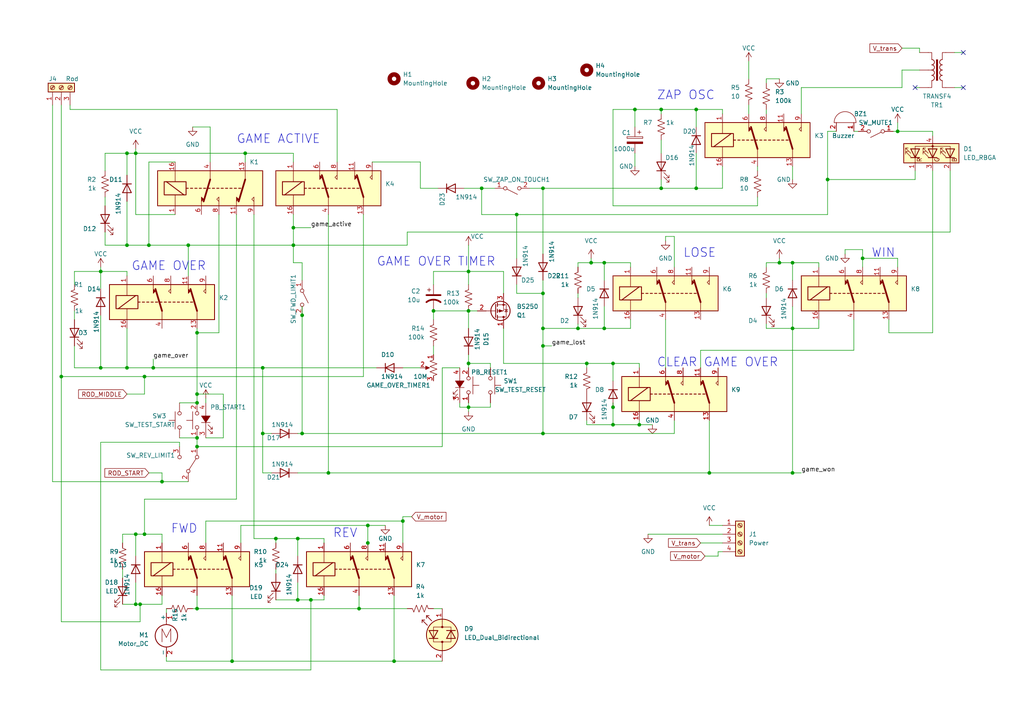
<source format=kicad_sch>
(kicad_sch (version 20230121) (generator eeschema)
  (paper "A4")
  (junction (at 177.8 118.11))
  (junction (at 185.42 123.19))
  (junction (at 87.63 91.44))
  (junction (at 41.91 109.22))
  (junction (at 29.21 78.74))
  (junction (at 85.09 71.12))
  (junction (at 135.89 118.11))
  (junction (at 229.87 95.25))
  (junction (at 43.18 71.12))
  (junction (at 85.09 66.04))
  (junction (at 57.15 96.52))
  (junction (at 149.86 62.23))
  (junction (at 106.68 157.48))
  (junction (at 250.19 74.93))
  (junction (at 76.2 106.68))
  (junction (at 36.83 71.12))
  (junction (at 54.61 71.12))
  (junction (at 177.8 123.19))
  (junction (at 17.78 109.22))
  (junction (at 40.64 175.26))
  (junction (at 71.12 44.45))
  (junction (at 157.48 100.33))
  (junction (at 229.87 137.16))
  (junction (at 90.17 173.99))
  (junction (at 57.15 176.53))
  (junction (at 229.87 76.2))
  (junction (at 86.36 173.99))
  (junction (at 157.48 125.73))
  (junction (at 191.77 54.61))
  (junction (at 135.89 90.17))
  (junction (at 116.84 151.13))
  (junction (at 39.37 154.94))
  (junction (at 76.2 125.73))
  (junction (at 106.68 152.4))
  (junction (at 226.06 76.2))
  (junction (at 80.01 156.21))
  (junction (at 177.8 105.41))
  (junction (at 57.15 116.84))
  (junction (at 135.89 78.74))
  (junction (at 167.64 95.25))
  (junction (at 175.26 95.25))
  (junction (at 171.45 76.2))
  (junction (at 135.89 105.41))
  (junction (at 39.37 44.45))
  (junction (at 86.36 156.21))
  (junction (at 125.73 90.17))
  (junction (at 184.15 31.75))
  (junction (at 41.91 154.94))
  (junction (at 260.35 38.1))
  (junction (at 170.18 105.41))
  (junction (at 157.48 85.09))
  (junction (at 114.3 191.77))
  (junction (at 57.15 127))
  (junction (at 57.15 129.54))
  (junction (at 201.93 31.75))
  (junction (at 36.83 106.68))
  (junction (at 95.25 137.16))
  (junction (at 201.93 54.61))
  (junction (at 157.48 54.61))
  (junction (at 240.03 52.07))
  (junction (at 29.21 106.68))
  (junction (at 175.26 76.2))
  (junction (at 46.99 139.7))
  (junction (at 57.15 114.3))
  (junction (at 139.7 54.61))
  (junction (at 39.37 175.26))
  (junction (at 67.31 191.77))
  (junction (at 191.77 31.75))
  (junction (at 87.63 125.73))
  (junction (at 36.83 44.45))
  (junction (at 157.48 95.25))
  (junction (at 205.74 137.16))
  (junction (at 44.45 106.68))
  (junction (at 104.14 176.53))
  (no_connect (at 279.4 25.4))
  (no_connect (at 279.4 15.24))
  (no_connect (at 265.43 25.4))
  (wire (pts (xy 67.31 191.77) (xy 114.3 191.77)))
  (wire (pts (xy 229.87 76.2) (xy 237.49 76.2)))
  (wire (pts (xy 167.64 93.98) (xy 167.64 95.25)))
  (wire (pts (xy 54.61 71.12) (xy 54.61 80.01)))
  (wire (pts (xy 270.51 96.52) (xy 257.81 96.52)))
  (wire (pts (xy 275.59 67.31) (xy 275.59 49.53)))
  (wire (pts (xy 85.09 71.12) (xy 118.11 71.12)))
  (wire (pts (xy 185.42 105.41) (xy 185.42 106.68)))
  (wire (pts (xy 43.18 71.12) (xy 54.61 71.12)))
  (wire (pts (xy 41.91 144.78) (xy 41.91 154.94)))
  (wire (pts (xy 191.77 54.61) (xy 201.93 54.61)))
  (wire (pts (xy 128.27 129.54) (xy 57.15 129.54)))
  (wire (pts (xy 57.15 176.53) (xy 104.14 176.53)))
  (wire (pts (xy 41.91 114.3) (xy 41.91 109.22)))
  (wire (pts (xy 87.63 76.2) (xy 85.09 76.2)))
  (wire (pts (xy 261.62 13.97) (xy 266.7 13.97)))
  (wire (pts (xy 134.62 54.61) (xy 139.7 54.61)))
  (wire (pts (xy 229.87 137.16) (xy 229.87 95.25)))
  (wire (pts (xy 50.8 62.23) (xy 39.37 62.23)))
  (wire (pts (xy 135.89 118.11) (xy 135.89 119.38)))
  (wire (pts (xy 201.93 44.45) (xy 201.93 54.61)))
  (wire (pts (xy 266.7 13.97) (xy 266.7 15.24)))
  (wire (pts (xy 21.59 78.74) (xy 21.59 82.55)))
  (wire (pts (xy 86.36 137.16) (xy 95.25 137.16)))
  (wire (pts (xy 209.55 31.75) (xy 209.55 33.02)))
  (wire (pts (xy 245.11 73.66) (xy 245.11 72.39)))
  (wire (pts (xy 232.41 25.4) (xy 261.62 25.4)))
  (wire (pts (xy 30.48 67.31) (xy 30.48 71.12)))
  (wire (pts (xy 260.35 77.47) (xy 260.35 74.93)))
  (wire (pts (xy 35.56 154.94) (xy 35.56 157.48)))
  (wire (pts (xy 191.77 31.75) (xy 201.93 31.75)))
  (wire (pts (xy 46.99 137.16) (xy 46.99 139.7)))
  (wire (pts (xy 170.18 105.41) (xy 177.8 105.41)))
  (wire (pts (xy 175.26 88.9) (xy 175.26 95.25)))
  (wire (pts (xy 208.28 161.29) (xy 208.28 160.02)))
  (wire (pts (xy 48.26 191.77) (xy 67.31 191.77)))
  (wire (pts (xy 86.36 173.99) (xy 90.17 173.99)))
  (wire (pts (xy 52.07 127) (xy 57.15 127)))
  (wire (pts (xy 59.69 115.57) (xy 59.69 116.84)))
  (wire (pts (xy 35.56 175.26) (xy 39.37 175.26)))
  (wire (pts (xy 128.27 106.68) (xy 128.27 129.54)))
  (wire (pts (xy 157.48 95.25) (xy 157.48 100.33)))
  (wire (pts (xy 36.83 114.3) (xy 41.91 114.3)))
  (wire (pts (xy 250.19 74.93) (xy 250.19 77.47)))
  (wire (pts (xy 114.3 172.72) (xy 114.3 191.77)))
  (wire (pts (xy 87.63 91.44) (xy 87.63 125.73)))
  (wire (pts (xy 182.88 95.25) (xy 182.88 92.71)))
  (wire (pts (xy 29.21 77.47) (xy 29.21 78.74)))
  (wire (pts (xy 222.25 76.2) (xy 226.06 76.2)))
  (wire (pts (xy 185.42 121.92) (xy 185.42 123.19)))
  (wire (pts (xy 237.49 76.2) (xy 237.49 77.47)))
  (wire (pts (xy 59.69 151.13) (xy 116.84 151.13)))
  (wire (pts (xy 177.8 105.41) (xy 177.8 110.49)))
  (wire (pts (xy 29.21 78.74) (xy 29.21 83.82)))
  (wire (pts (xy 201.93 31.75) (xy 201.93 36.83)))
  (wire (pts (xy 240.03 38.1) (xy 240.03 52.07)))
  (wire (pts (xy 73.66 156.21) (xy 80.01 156.21)))
  (wire (pts (xy 232.41 25.4) (xy 232.41 33.02)))
  (wire (pts (xy 106.68 152.4) (xy 106.68 157.48)))
  (wire (pts (xy 116.84 151.13) (xy 116.84 157.48)))
  (wire (pts (xy 171.45 76.2) (xy 175.26 76.2)))
  (wire (pts (xy 69.85 152.4) (xy 106.68 152.4)))
  (wire (pts (xy 229.87 137.16) (xy 232.41 137.16)))
  (wire (pts (xy 29.21 106.68) (xy 36.83 106.68)))
  (wire (pts (xy 86.36 125.73) (xy 87.63 125.73)))
  (wire (pts (xy 76.2 106.68) (xy 109.22 106.68)))
  (wire (pts (xy 55.88 36.83) (xy 60.96 36.83)))
  (wire (pts (xy 86.36 156.21) (xy 86.36 161.29)))
  (wire (pts (xy 39.37 154.94) (xy 41.91 154.94)))
  (wire (pts (xy 73.66 62.23) (xy 73.66 156.21)))
  (wire (pts (xy 170.18 123.19) (xy 177.8 123.19)))
  (wire (pts (xy 229.87 88.9) (xy 229.87 95.25)))
  (wire (pts (xy 250.19 74.93) (xy 260.35 74.93)))
  (wire (pts (xy 87.63 125.73) (xy 157.48 125.73)))
  (wire (pts (xy 85.09 62.23) (xy 85.09 66.04)))
  (wire (pts (xy 93.98 173.99) (xy 93.98 172.72)))
  (wire (pts (xy 226.06 76.2) (xy 229.87 76.2)))
  (wire (pts (xy 187.96 154.94) (xy 209.55 154.94)))
  (wire (pts (xy 167.64 76.2) (xy 167.64 77.47)))
  (wire (pts (xy 250.19 72.39) (xy 250.19 74.93)))
  (wire (pts (xy 229.87 95.25) (xy 237.49 95.25)))
  (wire (pts (xy 157.48 100.33) (xy 157.48 125.73)))
  (wire (pts (xy 208.28 160.02) (xy 209.55 160.02)))
  (wire (pts (xy 116.84 106.68) (xy 121.92 106.68)))
  (wire (pts (xy 90.17 173.99) (xy 93.98 173.99)))
  (wire (pts (xy 20.32 30.48) (xy 20.32 31.75)))
  (wire (pts (xy 76.2 125.73) (xy 76.2 137.16)))
  (wire (pts (xy 76.2 125.73) (xy 76.2 106.68)))
  (wire (pts (xy 149.86 82.55) (xy 149.86 85.09)))
  (wire (pts (xy 142.24 118.11) (xy 135.89 118.11)))
  (wire (pts (xy 205.74 121.92) (xy 205.74 137.16)))
  (wire (pts (xy 135.89 105.41) (xy 135.89 106.68)))
  (wire (pts (xy 245.11 72.39) (xy 250.19 72.39)))
  (wire (pts (xy 265.43 52.07) (xy 265.43 49.53)))
  (wire (pts (xy 36.83 71.12) (xy 43.18 71.12)))
  (wire (pts (xy 247.65 38.1) (xy 248.92 38.1)))
  (wire (pts (xy 39.37 175.26) (xy 40.64 175.26)))
  (wire (pts (xy 217.17 30.48) (xy 217.17 33.02)))
  (wire (pts (xy 93.98 157.48) (xy 93.98 156.21)))
  (wire (pts (xy 247.65 101.6) (xy 203.2 101.6)))
  (wire (pts (xy 195.58 121.92) (xy 195.58 125.73)))
  (wire (pts (xy 105.41 62.23) (xy 105.41 109.22)))
  (wire (pts (xy 125.73 78.74) (xy 125.73 82.55)))
  (wire (pts (xy 177.8 31.75) (xy 184.15 31.75)))
  (wire (pts (xy 257.81 96.52) (xy 257.81 92.71)))
  (wire (pts (xy 184.15 31.75) (xy 191.77 31.75)))
  (wire (pts (xy 35.56 154.94) (xy 39.37 154.94)))
  (wire (pts (xy 135.89 102.87) (xy 135.89 105.41)))
  (wire (pts (xy 95.25 62.23) (xy 95.25 137.16)))
  (wire (pts (xy 270.51 38.1) (xy 260.35 38.1)))
  (wire (pts (xy 69.85 157.48) (xy 69.85 152.4)))
  (wire (pts (xy 57.15 96.52) (xy 57.15 95.25)))
  (wire (pts (xy 170.18 121.92) (xy 170.18 123.19)))
  (wire (pts (xy 175.26 76.2) (xy 182.88 76.2)))
  (wire (pts (xy 171.45 76.2) (xy 171.45 74.93)))
  (wire (pts (xy 30.48 44.45) (xy 36.83 44.45)))
  (wire (pts (xy 17.78 180.34) (xy 40.64 180.34)))
  (wire (pts (xy 261.62 20.32) (xy 266.7 20.32)))
  (wire (pts (xy 229.87 48.26) (xy 229.87 52.07)))
  (wire (pts (xy 153.67 54.61) (xy 157.48 54.61)))
  (wire (pts (xy 43.18 46.99) (xy 43.18 71.12)))
  (wire (pts (xy 237.49 95.25) (xy 237.49 92.71)))
  (wire (pts (xy 222.25 22.86) (xy 222.25 24.13)))
  (wire (pts (xy 185.42 123.19) (xy 189.23 123.19)))
  (wire (pts (xy 149.86 85.09) (xy 157.48 85.09)))
  (wire (pts (xy 30.48 57.15) (xy 30.48 59.69)))
  (wire (pts (xy 106.68 152.4) (xy 111.76 152.4)))
  (wire (pts (xy 57.15 172.72) (xy 57.15 176.53)))
  (wire (pts (xy 139.7 54.61) (xy 143.51 54.61)))
  (wire (pts (xy 29.21 128.27) (xy 29.21 194.31)))
  (wire (pts (xy 149.86 62.23) (xy 139.7 62.23)))
  (wire (pts (xy 17.78 30.48) (xy 17.78 109.22)))
  (wire (pts (xy 106.68 160.02) (xy 106.68 157.48)))
  (wire (pts (xy 80.01 165.1) (xy 80.01 166.37)))
  (wire (pts (xy 59.69 151.13) (xy 59.69 157.48)))
  (wire (pts (xy 118.11 71.12) (xy 118.11 67.31)))
  (wire (pts (xy 64.77 114.3) (xy 57.15 114.3)))
  (wire (pts (xy 21.59 78.74) (xy 29.21 78.74)))
  (wire (pts (xy 222.25 76.2) (xy 222.25 77.47)))
  (wire (pts (xy 40.64 175.26) (xy 46.99 175.26)))
  (wire (pts (xy 193.04 68.58) (xy 195.58 68.58)))
  (wire (pts (xy 80.01 173.99) (xy 86.36 173.99)))
  (wire (pts (xy 41.91 144.78) (xy 68.58 144.78)))
  (wire (pts (xy 175.26 76.2) (xy 175.26 81.28)))
  (wire (pts (xy 36.83 106.68) (xy 44.45 106.68)))
  (wire (pts (xy 80.01 156.21) (xy 86.36 156.21)))
  (wire (pts (xy 142.24 106.68) (xy 142.24 105.41)))
  (wire (pts (xy 191.77 52.07) (xy 191.77 54.61)))
  (wire (pts (xy 48.26 191.77) (xy 48.26 190.5)))
  (wire (pts (xy 142.24 105.41) (xy 135.89 105.41)))
  (wire (pts (xy 175.26 95.25) (xy 182.88 95.25)))
  (wire (pts (xy 15.24 139.7) (xy 46.99 139.7)))
  (wire (pts (xy 139.7 62.23) (xy 139.7 54.61)))
  (wire (pts (xy 85.09 46.99) (xy 85.09 44.45)))
  (wire (pts (xy 276.86 15.24) (xy 279.4 15.24)))
  (wire (pts (xy 133.35 106.68) (xy 128.27 106.68)))
  (wire (pts (xy 222.25 31.75) (xy 222.25 33.02)))
  (wire (pts (xy 146.05 95.25) (xy 146.05 105.41)))
  (wire (pts (xy 191.77 40.64) (xy 191.77 44.45)))
  (wire (pts (xy 222.25 93.98) (xy 222.25 95.25)))
  (wire (pts (xy 64.77 127) (xy 64.77 114.3)))
  (wire (pts (xy 205.74 152.4) (xy 209.55 152.4)))
  (wire (pts (xy 36.83 78.74) (xy 29.21 78.74)))
  (wire (pts (xy 127 54.61) (xy 121.92 54.61)))
  (wire (pts (xy 125.73 176.53) (xy 128.27 176.53)))
  (wire (pts (xy 36.83 44.45) (xy 39.37 44.45)))
  (wire (pts (xy 191.77 31.75) (xy 191.77 33.02)))
  (wire (pts (xy 90.17 194.31) (xy 90.17 173.99)))
  (wire (pts (xy 36.83 58.42) (xy 36.83 71.12)))
  (wire (pts (xy 43.18 137.16) (xy 46.99 137.16)))
  (wire (pts (xy 157.48 95.25) (xy 167.64 95.25)))
  (wire (pts (xy 36.83 44.45) (xy 36.83 50.8)))
  (wire (pts (xy 125.73 100.33) (xy 125.73 102.87)))
  (wire (pts (xy 97.79 31.75) (xy 97.79 46.99)))
  (wire (pts (xy 41.91 154.94) (xy 46.99 154.94)))
  (wire (pts (xy 184.15 44.45) (xy 184.15 48.26)))
  (wire (pts (xy 167.64 76.2) (xy 171.45 76.2)))
  (wire (pts (xy 240.03 38.1) (xy 242.57 38.1)))
  (wire (pts (xy 229.87 76.2) (xy 229.87 81.28)))
  (wire (pts (xy 121.92 46.99) (xy 107.95 46.99)))
  (wire (pts (xy 71.12 44.45) (xy 71.12 46.99)))
  (wire (pts (xy 146.05 85.09) (xy 146.05 78.74)))
  (wire (pts (xy 157.48 125.73) (xy 195.58 125.73)))
  (wire (pts (xy 80.01 156.21) (xy 80.01 157.48)))
  (wire (pts (xy 46.99 139.7) (xy 54.61 139.7)))
  (wire (pts (xy 193.04 92.71) (xy 193.04 106.68)))
  (wire (pts (xy 63.5 62.23) (xy 63.5 96.52)))
  (wire (pts (xy 55.88 176.53) (xy 57.15 176.53)))
  (wire (pts (xy 204.47 161.29) (xy 208.28 161.29)))
  (wire (pts (xy 78.74 137.16) (xy 76.2 137.16)))
  (wire (pts (xy 222.25 95.25) (xy 229.87 95.25)))
  (wire (pts (xy 60.96 36.83) (xy 60.96 46.99)))
  (wire (pts (xy 146.05 78.74) (xy 135.89 78.74)))
  (wire (pts (xy 142.24 116.84) (xy 142.24 118.11)))
  (wire (pts (xy 52.07 116.84) (xy 57.15 116.84)))
  (wire (pts (xy 59.69 127) (xy 64.77 127)))
  (wire (pts (xy 195.58 77.47) (xy 195.58 68.58)))
  (wire (pts (xy 54.61 71.12) (xy 85.09 71.12)))
  (wire (pts (xy 240.03 62.23) (xy 149.86 62.23)))
  (wire (pts (xy 95.25 137.16) (xy 205.74 137.16)))
  (wire (pts (xy 177.8 105.41) (xy 185.42 105.41)))
  (wire (pts (xy 170.18 105.41) (xy 170.18 106.68)))
  (wire (pts (xy 104.14 172.72) (xy 104.14 176.53)))
  (wire (pts (xy 116.84 149.86) (xy 116.84 151.13)))
  (wire (pts (xy 157.48 54.61) (xy 191.77 54.61)))
  (wire (pts (xy 205.74 137.16) (xy 229.87 137.16)))
  (wire (pts (xy 222.25 85.09) (xy 222.25 86.36)))
  (wire (pts (xy 135.89 78.74) (xy 125.73 78.74)))
  (wire (pts (xy 87.63 81.28) (xy 87.63 76.2)))
  (wire (pts (xy 135.89 116.84) (xy 135.89 118.11)))
  (wire (pts (xy 17.78 180.34) (xy 17.78 109.22)))
  (wire (pts (xy 247.65 92.71) (xy 247.65 101.6)))
  (wire (pts (xy 276.86 25.4) (xy 279.4 25.4)))
  (wire (pts (xy 119.38 149.86) (xy 116.84 149.86)))
  (wire (pts (xy 219.71 57.15) (xy 219.71 59.69)))
  (wire (pts (xy 135.89 90.17) (xy 138.43 90.17)))
  (wire (pts (xy 85.09 66.04) (xy 90.17 66.04)))
  (wire (pts (xy 44.45 104.14) (xy 44.45 106.68)))
  (wire (pts (xy 203.2 157.48) (xy 209.55 157.48)))
  (wire (pts (xy 146.05 105.41) (xy 170.18 105.41)))
  (wire (pts (xy 135.89 90.17) (xy 135.89 95.25)))
  (wire (pts (xy 86.36 168.91) (xy 86.36 173.99)))
  (wire (pts (xy 240.03 52.07) (xy 240.03 62.23)))
  (wire (pts (xy 217.17 17.78) (xy 217.17 22.86)))
  (wire (pts (xy 226.06 76.2) (xy 226.06 74.93)))
  (wire (pts (xy 125.73 90.17) (xy 125.73 92.71)))
  (wire (pts (xy 20.32 31.75) (xy 97.79 31.75)))
  (wire (pts (xy 21.59 106.68) (xy 29.21 106.68)))
  (wire (pts (xy 35.56 165.1) (xy 35.56 167.64)))
  (wire (pts (xy 67.31 191.77) (xy 67.31 172.72)))
  (wire (pts (xy 30.48 71.12) (xy 36.83 71.12)))
  (wire (pts (xy 40.64 180.34) (xy 40.64 175.26)))
  (wire (pts (xy 240.03 52.07) (xy 265.43 52.07)))
  (wire (pts (xy 85.09 66.04) (xy 85.09 71.12)))
  (wire (pts (xy 226.06 22.86) (xy 222.25 22.86)))
  (wire (pts (xy 133.35 116.84) (xy 133.35 118.11)))
  (wire (pts (xy 86.36 156.21) (xy 93.98 156.21)))
  (wire (pts (xy 193.04 69.85) (xy 193.04 68.58)))
  (wire (pts (xy 46.99 154.94) (xy 46.99 157.48)))
  (wire (pts (xy 261.62 25.4) (xy 261.62 20.32)))
  (wire (pts (xy 135.89 78.74) (xy 135.89 82.55)))
  (wire (pts (xy 85.09 76.2) (xy 85.09 71.12)))
  (wire (pts (xy 219.71 59.69) (xy 177.8 59.69)))
  (wire (pts (xy 21.59 90.17) (xy 21.59 92.71)))
  (wire (pts (xy 52.07 129.54) (xy 52.07 128.27)))
  (wire (pts (xy 50.8 46.99) (xy 43.18 46.99)))
  (wire (pts (xy 157.48 81.28) (xy 157.48 85.09)))
  (wire (pts (xy 209.55 31.75) (xy 201.93 31.75)))
  (wire (pts (xy 85.09 44.45) (xy 71.12 44.45)))
  (wire (pts (xy 157.48 73.66) (xy 157.48 54.61)))
  (wire (pts (xy 167.64 95.25) (xy 175.26 95.25)))
  (wire (pts (xy 121.92 54.61) (xy 121.92 46.99)))
  (wire (pts (xy 125.73 90.17) (xy 135.89 90.17)))
  (wire (pts (xy 39.37 44.45) (xy 39.37 43.18)))
  (wire (pts (xy 114.3 191.77) (xy 128.27 191.77)))
  (wire (pts (xy 78.74 125.73) (xy 76.2 125.73)))
  (wire (pts (xy 203.2 101.6) (xy 203.2 106.68)))
  (wire (pts (xy 259.08 38.1) (xy 260.35 38.1)))
  (wire (pts (xy 17.78 109.22) (xy 41.91 109.22)))
  (wire (pts (xy 133.35 118.11) (xy 135.89 118.11)))
  (wire (pts (xy 270.51 39.37) (xy 270.51 38.1)))
  (wire (pts (xy 201.93 54.61) (xy 209.55 54.61)))
  (wire (pts (xy 36.83 78.74) (xy 36.83 80.01)))
  (wire (pts (xy 48.26 177.8) (xy 48.26 176.53)))
  (wire (pts (xy 265.43 25.4) (xy 266.7 25.4)))
  (wire (pts (xy 177.8 116.84) (xy 177.8 118.11)))
  (wire (pts (xy 63.5 96.52) (xy 57.15 96.52)))
  (wire (pts (xy 270.51 49.53) (xy 270.51 96.52)))
  (wire (pts (xy 167.64 85.09) (xy 167.64 86.36)))
  (wire (pts (xy 36.83 106.68) (xy 36.83 95.25)))
  (wire (pts (xy 57.15 127) (xy 57.15 129.54)))
  (wire (pts (xy 118.11 67.31) (xy 275.59 67.31)))
  (wire (pts (xy 219.71 48.26) (xy 219.71 49.53)))
  (wire (pts (xy 39.37 62.23) (xy 39.37 44.45)))
  (wire (pts (xy 68.58 62.23) (xy 68.58 144.78)))
  (wire (pts (xy 21.59 100.33) (xy 21.59 106.68)))
  (wire (pts (xy 39.37 44.45) (xy 71.12 44.45)))
  (wire (pts (xy 46.99 175.26) (xy 46.99 172.72)))
  (wire (pts (xy 39.37 168.91) (xy 39.37 175.26)))
  (wire (pts (xy 157.48 100.33) (xy 160.02 100.33)))
  (wire (pts (xy 29.21 91.44) (xy 29.21 106.68)))
  (wire (pts (xy 41.91 109.22) (xy 105.41 109.22)))
  (wire (pts (xy 149.86 62.23) (xy 149.86 74.93)))
  (wire (pts (xy 260.35 35.56) (xy 260.35 38.1)))
  (wire (pts (xy 104.14 176.53) (xy 118.11 176.53)))
  (wire (pts (xy 39.37 154.94) (xy 39.37 161.29)))
  (wire (pts (xy 177.8 123.19) (xy 185.42 123.19)))
  (wire (pts (xy 87.63 88.9) (xy 87.63 91.44)))
  (wire (pts (xy 57.15 96.52) (xy 57.15 114.3)))
  (wire (pts (xy 135.89 78.74) (xy 135.89 71.12)))
  (wire (pts (xy 52.07 128.27) (xy 29.21 128.27)))
  (wire (pts (xy 184.15 31.75) (xy 184.15 36.83)))
  (wire (pts (xy 182.88 76.2) (xy 182.88 77.47)))
  (wire (pts (xy 44.45 106.68) (xy 76.2 106.68)))
  (wire (pts (xy 57.15 114.3) (xy 57.15 116.84)))
  (wire (pts (xy 177.8 59.69) (xy 177.8 31.75)))
  (wire (pts (xy 209.55 54.61) (xy 209.55 48.26)))
  (wire (pts (xy 15.24 30.48) (xy 15.24 139.7)))
  (wire (pts (xy 30.48 44.45) (xy 30.48 49.53)))
  (wire (pts (xy 29.21 194.31) (xy 90.17 194.31)))
  (wire (pts (xy 177.8 118.11) (xy 177.8 123.19)))
  (wire (pts (xy 157.48 85.09) (xy 157.48 95.25)))
  (text "**RESET LED**" (at 314.96 69.85 0) (effects (font (size 2 2)) (justify left bottom)))
  (text "CLEAR GAME OVER" (at 190.5 106.68 0) (effects (font (size 2.54 2.54)) (justify left bottom)))
  (text "LOSE" (at 198.12 74.93 0) (effects (font (size 2.54 2.54)) (justify left bottom)))
  (text "GAME ACTIVE" (at 68.58 41.91 0) (effects (font (size 2.54 2.54)) (justify left bottom)))
  (text "!! CHECK K3 pin 4" (at 306.07 53.34 0) (effects (font (size 2 2)) (justify left bottom)))
  (text "WIN" (at 252.73 74.93 0) (effects (font (size 2.54 2.54)) (justify left bottom)))
  (text "FWD" (at 49.53 154.94 0) (effects (font (size 2.54 2.54)) (justify left bottom)))
  (text "REV" (at 96.52 156.21 0) (effects (font (size 2.54 2.54)) (justify left bottom)))
  (text "GAME OVER" (at 38.1 78.74 0) (effects (font (size 2.54 2.54)) (justify left bottom)))
  (text "!!FIX LOST?" (at 318.77 76.2 0) (effects (font (size 1.27 1.27)) (justify left bottom)))
  (text "GAME OVER TIMER" (at 109.22 77.47 0) (effects (font (size 2.54 2.54)) (justify left bottom)))
  (text "ZAP OSC" (at 190.5 29.21 0) (effects (font (size 2.54 2.54)) (justify left bottom)))
  (label "game_active" (at 90.17 66.04 0))
  (label "game_lost" (at 160.02 100.33 0))
  (label "game_over" (at 44.45 104.14 0))
  (label "game_won" (at 232.41 137.16 0))
  (global_label "V_motor" (shape input) (at 119.38 149.86 0) (property "Intersheetrefs" "${INTERSHEET_REFS}" (effects hide)))
  (global_label "ROD_START" (shape input) (at 43.18 137.16 180) (property "Intersheetrefs" "${INTERSHEET_REFS}" (effects hide)))
  (global_label "ROD_MIDDLE" (shape input) (at 36.83 114.3 180) (property "Intersheetrefs" "${INTERSHEET_REFS}" (effects hide)))
  (global_label "V_motor" (shape input) (at 204.47 161.29 180) (property "Intersheetrefs" "${INTERSHEET_REFS}" (effects hide)))
  (global_label "V_trans" (shape input) (at 203.2 157.48 180) (property "Intersheetrefs" "${INTERSHEET_REFS}" (effects hide)))
  (global_label "V_trans" (shape input) (at 261.62 13.97 180) (property "Intersheetrefs" "${INTERSHEET_REFS}" (effects hide)))
  (symbol (lib_id "Relay:G5V-2") (at 219.71 40.64 0) (unit 1)
    (property "Reference" "K3" (at 236.22 39.37 0) (effects (justify left)))
    (property "Value" "ZAPOSC" (effects hide))
    (property "Footprint" "Relay_THT:Relay_DPDT_Omron_G5V-2" (effects hide))
    (property "Datasheet" "http://omronfs.omron.com/en_US/ecb/products/pdf/en-g5v_2.pdf" (effects hide))
  )
  (symbol (lib_id "Device:R_US") (at 219.71 53.34 0) (mirror y) (unit 1)
    (property "Reference" "R8" (at 217.17 52.07 0) (effects (justify left)))
    (property "Value" "10" (at 217.17 54.61 0) (effects (justify left)))
    (property "Footprint" "Resistor_THT:R_Axial_DIN0204_L3.6mm_D1.6mm_P5.08mm_Horizontal" (effects hide))
  )
  (symbol (lib_id "Device:R_US") (at 35.56 161.29 0) (unit 1)
    (property "Reference" "R9" (at 31.75 160.02 0) (effects (justify left)))
    (property "Value" "1k" (at 31.75 162.56 0) (effects (justify left)))
    (property "Footprint" "Resistor_THT:R_Axial_DIN0204_L3.6mm_D1.6mm_P5.08mm_Horizontal" (effects hide))
  )
  (symbol (lib_id "power:VCC") (at 59.69 115.57 0) (unit 1)
    (property "Reference" "#PWR09" (effects hide))
    (property "Value" "VCC" (at 59.69 111.76 0))
  )
  (symbol (lib_id "Device:LED") (at 80.01 170.18 270) (mirror x) (unit 1)
    (property "Reference" "D19" (at 76.2 170.4975 90) (effects (justify right)))
    (property "Value" "LED" (at 76.2 173.0375 90) (effects (justify right)))
    (property "Footprint" "LED_THT:LED_D3.0mm" (effects hide))
  )
  (symbol (lib_id "Diode:1N914") (at 82.55 137.16 0) (mirror y) (unit 1)
    (property "Reference" "D21" (at 81.28 138.43 0) (effects (justify left)))
    (property "Value" "1N914" (at 85.09 134.62 0) (effects (justify left)))
    (property "Footprint" "Diode_THT:D_DO-35_SOD27_P7.62mm_Horizontal" (effects hide))
    (property "Datasheet" "http://www.vishay.com/docs/85622/1n914.pdf" (effects hide))
    (property "Sim.Device" "D" (effects hide))
    (property "Sim.Pins" "1=K 2=A" (effects hide))
  )
  (symbol (lib_id "Relay:G5V-2") (at 95.25 54.61 0) (unit 1)
    (property "Reference" "K4" (at 111.76 53.34 0) (effects (justify left)))
    (property "Value" "GAME_ACTIVE2" (effects hide))
    (property "Footprint" "Relay_THT:Relay_DPDT_Omron_G5V-2" (effects hide))
    (property "Datasheet" "http://omronfs.omron.com/en_US/ecb/products/pdf/en-g5v_2.pdf" (effects hide))
  )
  (symbol (lib_id "Device:R_US") (at 121.92 176.53 90) (mirror x) (unit 1)
    (property "Reference" "R4" (at 121.92 170.18 90))
    (property "Value" "1k" (at 121.92 172.72 90))
    (property "Footprint" "Resistor_THT:R_Axial_DIN0204_L3.6mm_D1.6mm_P5.08mm_Horizontal" (effects hide))
  )
  (symbol (lib_id "Mechanical:MountingHole") (at 156.21 24.13 0) (unit 1)
    (property "Reference" "H3" (at 158.75 22.86 0) (effects (justify left)))
    (property "Value" "MountingHole" (at 158.75 25.4 0) (effects (justify left)))
    (property "Footprint" "MountingHole:MountingHole_3.5mm" (effects hide))
  )
  (symbol (lib_id "power:GND") (at 55.88 36.83 0) (mirror y) (unit 1)
    (property "Reference" "#PWR010" (effects hide))
    (property "Value" "GND" (at 55.88 41.91 0))
  )
  (symbol (lib_id "Relay:G5V-2") (at 46.99 87.63 0) (unit 1)
    (property "Reference" "K2" (at 63.5 86.36 0) (effects (justify left)))
    (property "Value" "GAME_OVER" (effects hide))
    (property "Footprint" "Relay_THT:Relay_DPDT_Omron_G5V-2" (effects hide))
    (property "Datasheet" "http://omronfs.omron.com/en_US/ecb/products/pdf/en-g5v_2.pdf" (effects hide))
  )
  (symbol (lib_id "Device:R_US") (at 217.17 26.67 0) (mirror y) (unit 1)
    (property "Reference" "R5" (at 214.63 25.4 0) (effects (justify left)))
    (property "Value" "10" (at 214.63 27.94 0) (effects (justify left)))
    (property "Footprint" "Resistor_THT:R_Axial_DIN0204_L3.6mm_D1.6mm_P5.08mm_Horizontal" (effects hide))
  )
  (symbol (lib_id "Device:C_Polarized_US") (at 125.73 86.36 0) (unit 1)
    (property "Reference" "C2" (at 121.92 84.455 0) (effects (justify right)))
    (property "Value" "10u" (at 121.92 86.995 0) (effects (justify right)))
    (property "Footprint" "Capacitor_THT:CP_Radial_Tantal_D5.0mm_P5.00mm" (effects hide))
  )
  (symbol (lib_id "Relay:G5V-2") (at 104.14 165.1 0) (unit 1)
    (property "Reference" "K7" (at 120.65 163.83 0) (effects (justify left)))
    (property "Value" "REV" (effects hide))
    (property "Footprint" "Relay_THT:Relay_DPDT_Omron_G5V-2" (effects hide))
    (property "Datasheet" "http://omronfs.omron.com/en_US/ecb/products/pdf/en-g5v_2.pdf" (effects hide))
  )
  (symbol (lib_id "Device:R_US") (at 30.48 53.34 0) (mirror y) (unit 1)
    (property "Reference" "R2" (at 27.94 52.07 0) (effects (justify left)))
    (property "Value" "1k" (at 27.94 54.61 0) (effects (justify left)))
    (property "Footprint" "Resistor_THT:R_Axial_DIN0204_L3.6mm_D1.6mm_P5.08mm_Horizontal" (effects hide))
  )
  (symbol (lib_id "Transistor_FET:BS250") (at 143.51 90.17 0) (mirror x) (unit 1)
    (property "Reference" "Q1" (at 149.86 91.44 0) (effects (justify left)))
    (property "Value" "BS250" (at 149.86 88.9 0) (effects (justify left)))
    (property "Footprint" "Package_TO_SOT_THT:TO-92_Inline" (effects hide))
    (property "Datasheet" "http://www.vishay.com/docs/70209/70209.pdf" (effects hide))
  )
  (symbol (lib_id "power:GND") (at 226.06 22.86 0) (unit 1)
    (property "Reference" "#PWR04" (effects hide))
    (property "Value" "GND" (at 229.87 24.13 0))
  )
  (symbol (lib_id "Diode:1N914") (at 229.87 85.09 90) (mirror x) (unit 1)
    (property "Reference" "D6" (at 227.33 83.82 90) (effects (justify left)))
    (property "Value" "1N914" (at 227.33 86.36 0) (effects (justify left)))
    (property "Footprint" "Diode_THT:D_DO-35_SOD27_P7.62mm_Horizontal" (effects hide))
    (property "Datasheet" "http://www.vishay.com/docs/85622/1n914.pdf" (effects hide))
    (property "Sim.Device" "D" (effects hide))
    (property "Sim.Pins" "1=K 2=A" (effects hide))
  )
  (symbol (lib_id "Diode:1N914") (at 175.26 85.09 90) (mirror x) (unit 1)
    (property "Reference" "D5" (at 172.72 83.82 90) (effects (justify left)))
    (property "Value" "1N914" (at 172.72 86.36 0) (effects (justify left)))
    (property "Footprint" "Diode_THT:D_DO-35_SOD27_P7.62mm_Horizontal" (effects hide))
    (property "Datasheet" "http://www.vishay.com/docs/85622/1n914.pdf" (effects hide))
    (property "Sim.Device" "D" (effects hide))
    (property "Sim.Pins" "1=K 2=A" (effects hide))
  )
  (symbol (lib_id "Diode:1N914") (at 29.21 87.63 90) (mirror x) (unit 1)
    (property "Reference" "D14" (at 29.21 83.82 90) (effects (justify left)))
    (property "Value" "1N914" (at 27.94 90.17 0) (effects (justify left)))
    (property "Footprint" "Diode_THT:D_DO-35_SOD27_P7.62mm_Horizontal" (effects hide))
    (property "Datasheet" "http://www.vishay.com/docs/85622/1n914.pdf" (effects hide))
    (property "Sim.Device" "D" (effects hide))
    (property "Sim.Pins" "1=K 2=A" (effects hide))
  )
  (symbol (lib_id "Device:LED") (at 222.25 90.17 90) (unit 1)
    (property "Reference" "D4" (at 219.71 93.0275 90) (effects (justify left)))
    (property "Value" "LED" (effects hide))
    (property "Footprint" "LED_THT:LED_D3.0mm" (effects hide))
  )
  (symbol (lib_id "Device:R_US") (at 170.18 110.49 0) (mirror y) (unit 1)
    (property "Reference" "R12" (at 167.64 109.22 0) (effects (justify left)))
    (property "Value" "1k" (at 167.64 111.76 0) (effects (justify left)))
    (property "Footprint" "Resistor_THT:R_Axial_DIN0204_L3.6mm_D1.6mm_P5.08mm_Horizontal" (effects hide))
  )
  (symbol (lib_id "power:VCC") (at 135.89 71.12 0) (unit 1)
    (property "Reference" "#PWR012" (effects hide))
    (property "Value" "VCC" (at 138.43 68.58 0))
  )
  (symbol (lib_id "Relay:G5V-2") (at 193.04 85.09 0) (unit 1)
    (property "Reference" "K6" (at 209.55 83.82 0) (effects (justify left)))
    (property "Value" "LOST" (effects hide))
    (property "Footprint" "Relay_THT:Relay_DPDT_Omron_G5V-2" (effects hide))
    (property "Datasheet" "http://omronfs.omron.com/en_US/ecb/products/pdf/en-g5v_2.pdf" (effects hide))
  )
  (symbol (lib_id "Switch:SW_Push") (at 52.07 121.92 90) (mirror x) (unit 1)
    (property "Reference" "SW3" (at 48.26 120.65 90) (effects (justify left)))
    (property "Value" "SW_TEST_START" (at 50.8 123.19 90) (effects (justify left)))
    (property "Footprint" "Button_Switch_THT:SW_PUSH_6mm" (effects hide))
  )
  (symbol (lib_id "power:GND") (at 184.15 48.26 0) (unit 1)
    (property "Reference" "#PWR07" (effects hide))
    (property "Value" "GND" (at 181.61 48.26 0))
  )
  (symbol (lib_id "Device:R_US") (at 21.59 86.36 0) (mirror y) (unit 1)
    (property "Reference" "R1" (at 24.13 82.55 0) (effects (justify left)))
    (property "Value" "1k" (at 24.13 90.17 0) (effects (justify left)))
    (property "Footprint" "Resistor_THT:R_Axial_DIN0204_L3.6mm_D1.6mm_P5.08mm_Horizontal" (effects hide))
  )
  (symbol (lib_id "Relay:G5V-2") (at 247.65 85.09 0) (unit 1)
    (property "Reference" "K8" (at 264.16 83.82 0) (effects (justify left)))
    (property "Value" "WON" (effects hide))
    (property "Footprint" "Relay_THT:Relay_DPDT_Omron_G5V-2" (effects hide))
    (property "Datasheet" "http://omronfs.omron.com/en_US/ecb/products/pdf/en-g5v_2.pdf" (effects hide))
  )
  (symbol (lib_id "Mechanical:MountingHole") (at 114.3 22.86 0) (unit 1)
    (property "Reference" "H1" (at 116.84 21.59 0) (effects (justify left)))
    (property "Value" "MountingHole" (at 116.84 24.13 0) (effects (justify left)))
    (property "Footprint" "MountingHole:MountingHole_3.5mm" (effects hide))
  )
  (symbol (lib_id "Diode:1N914") (at 113.03 106.68 0) (mirror x) (unit 1)
    (property "Reference" "D10" (at 110.49 102.87 0) (effects (justify left)))
    (property "Value" "1N914" (at 110.49 109.22 0) (effects (justify left)))
    (property "Footprint" "Diode_THT:D_DO-35_SOD27_P7.62mm_Horizontal" (effects hide))
    (property "Datasheet" "http://www.vishay.com/docs/85622/1n914.pdf" (effects hide))
    (property "Sim.Device" "D" (effects hide))
    (property "Sim.Pins" "1=K 2=A" (effects hide))
  )
  (symbol (lib_id "Mechanical:MountingHole") (at 170.18 20.32 0) (unit 1)
    (property "Reference" "H4" (at 172.72 19.05 0) (effects (justify left)))
    (property "Value" "MountingHole" (at 172.72 21.59 0) (effects (justify left)))
    (property "Footprint" "MountingHole:MountingHole_3.5mm" (effects hide))
  )
  (symbol (lib_id "Device:LED_RBGA") (at 270.51 44.45 90) (unit 1)
    (property "Reference" "D1" (at 279.4 43.18 90) (effects (justify right)))
    (property "Value" "LED_RBGA" (at 279.4 45.72 90) (effects (justify right)))
    (property "Footprint" "TerminalBlock_Phoenix:TerminalBlock_Phoenix_MKDS-1,5-4-5.08_1x04_P5.08mm_Horizontal" (effects hide))
  )
  (symbol (lib_id "Switch:SW_SPST") (at 148.59 54.61 0) (mirror x) (unit 1)
    (property "Reference" "SW_ZAP_ON_TOUCH1" (at 149.86 52.07 0))
    (property "Value" "SW_SPST" (effects hide))
    (property "Footprint" "TerminalBlock_Phoenix:TerminalBlock_Phoenix_MKDS-1,5-2-5.08_1x02_P5.08mm_Horizontal" (effects hide))
  )
  (symbol (lib_id "Device:R_US") (at 52.07 176.53 90) (unit 1)
    (property "Reference" "R15" (at 50.8 180.34 0) (effects (justify left)))
    (property "Value" "1k" (at 53.34 180.34 0) (effects (justify left)))
    (property "Footprint" "Resistor_THT:R_Axial_DIN0207_L6.3mm_D2.5mm_P10.16mm_Horizontal" (effects hide))
  )
  (symbol (lib_id "Switch:SW_SPDT") (at 54.61 134.62 270) (mirror x) (unit 1)
    (property "Reference" "SW_REV_LIMIT1" (at 50.8 132.08 90) (effects (justify right)))
    (property "Value" "SW_SPDT" (effects hide))
    (property "Footprint" "TerminalBlock_Phoenix:TerminalBlock_Phoenix_MKDS-1,5-3-5.08_1x03_P5.08mm_Horizontal" (effects hide))
  )
  (symbol (lib_id "Device:R_US") (at 80.01 161.29 0) (mirror y) (unit 1)
    (property "Reference" "R10" (at 77.47 160.02 0) (effects (justify left)))
    (property "Value" "1k" (at 77.47 162.56 0) (effects (justify left)))
    (property "Footprint" "Resistor_THT:R_Axial_DIN0204_L3.6mm_D1.6mm_P5.08mm_Horizontal" (effects hide))
  )
  (symbol (lib_id "Device:LED") (at 167.64 90.17 90) (unit 1)
    (property "Reference" "D2" (at 165.1 93.0275 90) (effects (justify left)))
    (property "Value" "LED" (effects hide))
    (property "Footprint" "LED_THT:LED_D3.0mm" (effects hide))
  )
  (symbol (lib_id "power:GND") (at 245.11 73.66 0) (mirror y) (unit 1)
    (property "Reference" "#PWR014" (effects hide))
    (property "Value" "GND" (at 241.3 74.93 0))
  )
  (symbol (lib_id "Switch:SW_Push_LED") (at 59.69 121.92 90) (unit 1)
    (property "Reference" "PB_START1" (at 60.96 118.11 90) (effects (justify right)))
    (property "Value" "SW_Push_LED" (effects hide))
    (property "Footprint" "TerminalBlock_Phoenix:TerminalBlock_Phoenix_MKDS-1,5-4-5.08_1x04_P5.08mm_Horizontal" (effects hide))
  )
  (symbol (lib_id "Device:LED") (at 170.18 118.11 90) (unit 1)
    (property "Reference" "D7" (at 167.64 120.9675 90) (effects (justify left)))
    (property "Value" "LED" (effects hide))
    (property "Footprint" "LED_THT:LED_D3.0mm" (effects hide))
  )
  (symbol (lib_id "power:GND") (at 193.04 69.85 0) (mirror y) (unit 1)
    (property "Reference" "#PWR013" (effects hide))
    (property "Value" "GND" (at 193.04 74.93 0))
  )
  (symbol (lib_id "Device:Buzzer") (at 245.11 35.56 270) (mirror x) (unit 1)
    (property "Reference" "BZ1" (at 247.65 33.02 90) (effects (justify left)))
    (property "Value" "Buzzer" (at 241.3 39.37 90) (effects (justify left)))
    (property "Footprint" "TerminalBlock_Phoenix:TerminalBlock_Phoenix_MKDS-1,5-2-5.08_1x02_P5.08mm_Horizontal" (effects hide))
  )
  (symbol (lib_id "Switch:SW_Push_LED") (at 133.35 111.76 270) (mirror x) (unit 1)
    (property "Reference" "PB_RESET1" (at 147.32 107.95 90) (effects (justify right)))
    (property "Value" "SW_Push_LED" (effects hide))
    (property "Footprint" "TerminalBlock_Phoenix:TerminalBlock_Phoenix_MKDS-1,5-4-5.08_1x04_P5.08mm_Horizontal" (effects hide))
  )
  (symbol (lib_id "Relay:G5V-2") (at 195.58 114.3 0) (unit 1)
    (property "Reference" "K9" (at 212.09 113.03 0) (effects (justify left)))
    (property "Value" "GAME_RESET" (effects hide))
    (property "Footprint" "Relay_THT:Relay_DPDT_Omron_G5V-2" (effects hide))
    (property "Datasheet" "http://omronfs.omron.com/en_US/ecb/products/pdf/en-g5v_2.pdf" (effects hide))
  )
  (symbol (lib_id "power:VCC") (at 171.45 74.93 0) (unit 1)
    (property "Reference" "#PWR011" (effects hide))
    (property "Value" "VCC" (at 171.45 69.85 0))
  )
  (symbol (lib_id "Device:LED") (at 30.48 63.5 90) (unit 1)
    (property "Reference" "D12" (at 27.94 66.3575 90) (effects (justify left)))
    (property "Value" "LED" (effects hide))
    (property "Footprint" "LED_THT:LED_D3.0mm" (effects hide))
  )
  (symbol (lib_id "power:VCC") (at 39.37 43.18 0) (unit 1)
    (property "Reference" "#PWR01" (effects hide))
    (property "Value" "VCC" (at 39.37 38.1 0))
  )
  (symbol (lib_id "Diode:1N914") (at 86.36 165.1 90) (mirror x) (unit 1)
    (property "Reference" "D24" (at 83.82 163.83 90) (effects (justify left)))
    (property "Value" "1N914" (at 83.82 166.37 0) (effects (justify left)))
    (property "Footprint" "Diode_THT:D_DO-35_SOD27_P7.62mm_Horizontal" (effects hide))
    (property "Datasheet" "http://www.vishay.com/docs/85622/1n914.pdf" (effects hide))
    (property "Sim.Device" "D" (effects hide))
    (property "Sim.Pins" "1=K 2=A" (effects hide))
  )
  (symbol (lib_id "Device:R_US") (at 125.73 96.52 0) (mirror y) (unit 1)
    (property "Reference" "R14" (at 123.19 95.25 0) (effects (justify left)))
    (property "Value" "100k" (at 123.19 97.79 0) (effects (justify left)))
    (property "Footprint" "Resistor_THT:R_Axial_DIN0204_L3.6mm_D1.6mm_P5.08mm_Horizontal" (effects hide))
  )
  (symbol (lib_id "Transformer:TRANSF4") (at 271.78 20.32 0) (unit 1)
    (property "Reference" "TR1" (at 271.78 30.48 0))
    (property "Value" "TRANSF4" (at 271.78 27.94 0))
    (property "Footprint" "TerminalBlock_Phoenix:TerminalBlock_Phoenix_MKDS-1,5-2-5.08_1x02_P5.08mm_Horizontal" (effects hide))
  )
  (symbol (lib_id "Diode:1N914") (at 39.37 165.1 90) (mirror x) (unit 1)
    (property "Reference" "D13" (at 36.83 163.83 90) (effects (justify left)))
    (property "Value" "1N914" (at 36.83 166.37 0) (effects (justify left)))
    (property "Footprint" "Diode_THT:D_DO-35_SOD27_P7.62mm_Horizontal" (effects hide))
    (property "Datasheet" "http://www.vishay.com/docs/85622/1n914.pdf" (effects hide))
    (property "Sim.Device" "D" (effects hide))
    (property "Sim.Pins" "1=K 2=A" (effects hide))
  )
  (symbol (lib_id "power:VCC") (at 29.21 77.47 0) (unit 1)
    (property "Reference" "#PWR03" (effects hide))
    (property "Value" "VCC" (at 29.21 73.66 0))
  )
  (symbol (lib_id "Connector:Screw_Terminal_01x04") (at 214.63 154.94 0) (unit 1)
    (property "Reference" "J1" (at 217.17 154.94 0) (effects (justify left)))
    (property "Value" "Power" (at 217.17 157.48 0) (effects (justify left)))
    (property "Footprint" "TerminalBlock_Phoenix:TerminalBlock_Phoenix_MKDS-1,5-4-5.08_1x04_P5.08mm_Horizontal" (effects hide))
  )
  (symbol (lib_id "Diode:1N914") (at 82.55 125.73 0) (mirror y) (unit 1)
    (property "Reference" "D17" (at 81.28 127 0) (effects (justify left)))
    (property "Value" "1N914" (at 85.09 123.19 0) (effects (justify left)))
    (property "Footprint" "Diode_THT:D_DO-35_SOD27_P7.62mm_Horizontal" (effects hide))
    (property "Datasheet" "http://www.vishay.com/docs/85622/1n914.pdf" (effects hide))
    (property "Sim.Device" "D" (effects hide))
    (property "Sim.Pins" "1=K 2=A" (effects hide))
  )
  (symbol (lib_id "Motor:Motor_DC") (at 48.26 182.88 0) (mirror y) (unit 1)
    (property "Reference" "M1" (at 43.18 184.15 0) (effects (justify left)))
    (property "Value" "Motor_DC" (at 43.18 186.69 0) (effects (justify left)))
    (property "Footprint" "TerminalBlock_Phoenix:TerminalBlock_Phoenix_MKDS-1,5-2-5.08_1x02_P5.08mm_Horizontal" (effects hide))
  )
  (symbol (lib_id "Mechanical:MountingHole") (at 137.16 24.13 0) (unit 1)
    (property "Reference" "H2" (at 139.7 22.86 0) (effects (justify left)))
    (property "Value" "MountingHole" (at 139.7 25.4 0) (effects (justify left)))
    (property "Footprint" "MountingHole:MountingHole_3.5mm" (effects hide))
  )
  (symbol (lib_id "Device:R_Potentiometer_US") (at 125.73 106.68 0) (mirror y) (unit 1)
    (property "Reference" "GAME_OVER_TIMER1" (at 115.57 111.76 0))
    (property "Value" "10M" (at 121.92 109.22 0))
    (property "Footprint" "Potentiometer_THT:Potentiometer_Bourns_3386P_Vertical" (effects hide))
  )
  (symbol (lib_id "Diode:1N914") (at 157.48 77.47 270) (mirror x) (unit 1)
    (property "Reference" "D22" (at 158.75 80.01 90) (effects (justify left)))
    (property "Value" "1N914" (at 160.02 76.2 0) (effects (justify left)))
    (property "Footprint" "Diode_THT:D_DO-35_SOD27_P7.62mm_Horizontal" (effects hide))
    (property "Datasheet" "http://www.vishay.com/docs/85622/1n914.pdf" (effects hide))
    (property "Sim.Device" "D" (effects hide))
    (property "Sim.Pins" "1=K 2=A" (effects hide))
  )
  (symbol (lib_id "power:VCC") (at 205.74 152.4 0) (unit 1)
    (property "Reference" "#PWR019" (effects hide))
    (property "Value" "VCC" (at 205.74 147.32 0))
  )
  (symbol (lib_id "Device:C_Polarized") (at 184.15 40.64 0) (mirror y) (unit 1)
    (property "Reference" "C1" (at 180.34 38.481 0) (effects (justify right)))
    (property "Value" "1000u" (at 184.15 43.18 0) (effects (justify left)))
    (property "Footprint" "Capacitor_THT:C_Radial_D10.0mm_H20.0mm_P5.00mm" (effects hide))
  )
  (symbol (lib_id "Relay:G5V-2") (at 60.96 54.61 0) (mirror x) (unit 1)
    (property "Reference" "K1" (at 72.39 46.99 0) (effects (justify left)))
    (property "Value" "GAME_ACTIVE1" (effects hide))
    (property "Footprint" "Relay_THT:Relay_DPDT_Omron_G5V-2" (effects hide))
    (property "Datasheet" "http://omronfs.omron.com/en_US/ecb/products/pdf/en-g5v_2.pdf" (effects hide))
  )
  (symbol (lib_id "Switch:SW_SPST") (at 87.63 86.36 270) (unit 1)
    (property "Reference" "SW_FWD_LIMIT1" (at 85.09 93.98 0) (effects (justify right)))
    (property "Value" "SW_SPDT" (effects hide))
    (property "Footprint" "TerminalBlock_Phoenix:TerminalBlock_Phoenix_MKDS-1,5-2-5.08_1x02_P5.08mm_Horizontal" (effects hide))
  )
  (symbol (lib_id "power:VCC") (at 260.35 35.56 0) (unit 1)
    (property "Reference" "#PWR05" (effects hide))
    (property "Value" "VCC" (at 260.35 31.75 0))
  )
  (symbol (lib_id "Device:LED") (at 35.56 171.45 270) (mirror x) (unit 1)
    (property "Reference" "D18" (at 34.29 168.91 90) (effects (justify right)))
    (property "Value" "LED" (at 34.29 171.45 90) (effects (justify right)))
    (property "Footprint" "LED_THT:LED_D3.0mm" (effects hide))
  )
  (symbol (lib_id "Device:LED_Dual_Bidirectional") (at 128.27 184.15 90) (unit 1)
    (property "Reference" "D9" (at 134.62 182.3847 90) (effects (justify right)))
    (property "Value" "LED_Dual_Bidirectional" (at 134.62 184.9247 90) (effects (justify right)))
    (property "Footprint" "LED_THT:LED_D5.0mm" (effects hide))
  )
  (symbol (lib_id "Diode:1N914") (at 149.86 78.74 270) (mirror x) (unit 1)
    (property "Reference" "D25" (at 151.13 81.28 90) (effects (justify left)))
    (property "Value" "1N914" (at 152.4 77.47 0) (effects (justify left)))
    (property "Footprint" "Diode_THT:D_DO-35_SOD27_P7.62mm_Horizontal" (effects hide))
    (property "Datasheet" "http://www.vishay.com/docs/85622/1n914.pdf" (effects hide))
    (property "Sim.Device" "D" (effects hide))
    (property "Sim.Pins" "1=K 2=A" (effects hide))
  )
  (symbol (lib_id "Diode:1N914") (at 201.93 40.64 90) (mirror x) (unit 1)
    (property "Reference" "D20" (at 201.93 38.1 90) (effects (justify left)))
    (property "Value" "1N914" (at 200.66 41.91 0) (effects (justify left)))
    (property "Footprint" "Diode_THT:D_DO-35_SOD27_P7.62mm_Horizontal" (effects hide))
    (property "Datasheet" "http://www.vishay.com/docs/85622/1n914.pdf" (effects hide))
    (property "Sim.Device" "D" (effects hide))
    (property "Sim.Pins" "1=K 2=A" (effects hide))
  )
  (symbol (lib_id "Device:R_US") (at 135.89 86.36 0) (mirror y) (unit 1)
    (property "Reference" "R13" (at 133.35 85.09 0) (effects (justify left)))
    (property "Value" "100k" (at 133.35 87.63 0) (effects (justify left)))
    (property "Footprint" "Resistor_THT:R_Axial_DIN0204_L3.6mm_D1.6mm_P5.08mm_Horizontal" (effects hide))
  )
  (symbol (lib_id "Connector:Screw_Terminal_01x03") (at 17.78 25.4 90) (unit 1)
    (property "Reference" "J4" (at 16.51 22.86 90) (effects (justify left)))
    (property "Value" "Rod" (at 19.05 22.86 90) (effects (justify right)))
    (property "Footprint" "TerminalBlock_Phoenix:TerminalBlock_Phoenix_MKDS-1,5-3-5.08_1x03_P5.08mm_Horizontal" (effects hide))
  )
  (symbol (lib_id "power:GND") (at 187.96 154.94 0) (mirror y) (unit 1)
    (property "Reference" "#PWR018" (effects hide))
    (property "Value" "GND" (at 187.96 160.02 0))
  )
  (symbol (lib_id "Device:LED") (at 191.77 48.26 90) (unit 1)
    (property "Reference" "D16" (at 196.85 45.72 90) (effects (justify left)))
    (property "Value" "LED" (effects hide))
    (property "Footprint" "LED_THT:LED_D3.0mm" (effects hide))
  )
  (symbol (lib_id "Device:R_US") (at 222.25 27.94 0) (unit 1)
    (property "Reference" "R3" (at 224.79 26.67 0) (effects (justify left)))
    (property "Value" "100k" (at 224.79 29.21 0) (effects (justify left)))
    (property "Footprint" "Resistor_THT:R_Axial_DIN0204_L3.6mm_D1.6mm_P5.08mm_Horizontal" (effects hide))
  )
  (symbol (lib_id "Switch:SW_SPST") (at 254 38.1 180) (unit 1)
    (property "Reference" "SW_MUTE1" (at 254 35.56 0))
    (property "Value" "SW_SPST" (effects hide))
    (property "Footprint" "TerminalBlock_Phoenix:TerminalBlock_Phoenix_MKDS-1,5-2-5.08_1x02_P5.08mm_Horizontal" (effects hide))
  )
  (symbol (lib_id "power:GND") (at 111.76 152.4 0) (mirror y) (unit 1)
    (property "Reference" "#PWR015" (effects hide))
    (property "Value" "GND" (at 111.76 156.21 0))
  )
  (symbol (lib_id "power:GND") (at 229.87 52.07 0) (unit 1)
    (property "Reference" "#PWR06" (effects hide))
    (property "Value" "GND" (at 227.33 52.07 0))
  )
  (symbol (lib_id "power:GND") (at 135.89 119.38 0) (mirror y) (unit 1)
    (property "Reference" "#PWR017" (effects hide))
    (property "Value" "GND" (at 135.89 124.46 0))
  )
  (symbol (lib_id "Device:LED") (at 21.59 96.52 90) (unit 1)
    (property "Reference" "D3" (at 25.4 96.52 90) (effects (justify left)))
    (property "Value" "LED" (effects hide))
    (property "Footprint" "LED_THT:LED_D3.0mm" (effects hide))
  )
  (symbol (lib_id "Switch:SW_Push") (at 142.24 111.76 270) (unit 1)
    (property "Reference" "SW1" (at 146.05 110.49 90) (effects (justify left)))
    (property "Value" "SW_TEST_RESET" (at 143.51 113.03 90) (effects (justify left)))
    (property "Footprint" "Button_Switch_THT:SW_PUSH_6mm" (effects hide))
  )
  (symbol (lib_id "Diode:1N914") (at 135.89 99.06 270) (mirror x) (unit 1)
    (property "Reference" "D15" (at 140.97 100.33 0) (effects (justify left)))
    (property "Value" "1N914" (at 138.43 101.6 0) (effects (justify left)))
    (property "Footprint" "Diode_THT:D_DO-35_SOD27_P7.62mm_Horizontal" (effects hide))
    (property "Datasheet" "http://www.vishay.com/docs/85622/1n914.pdf" (effects hide))
    (property "Sim.Device" "D" (effects hide))
    (property "Sim.Pins" "1=K 2=A" (effects hide))
  )
  (symbol (lib_id "Diode:1N914") (at 36.83 54.61 90) (mirror x) (unit 1)
    (property "Reference" "D11" (at 35.56 52.07 90) (effects (justify left)))
    (property "Value" "1N914" (at 34.29 55.88 0) (effects (justify left)))
    (property "Footprint" "Diode_THT:D_DO-35_SOD27_P7.62mm_Horizontal" (effects hide))
    (property "Datasheet" "http://www.vishay.com/docs/85622/1n914.pdf" (effects hide))
    (property "Sim.Device" "D" (effects hide))
    (property "Sim.Pins" "1=K 2=A" (effects hide))
  )
  (symbol (lib_id "Device:R_US") (at 222.25 81.28 0) (mirror y) (unit 1)
    (property "Reference" "R6" (at 219.71 80.01 0) (effects (justify left)))
    (property "Value" "1k" (at 219.71 82.55 0) (effects (justify left)))
    (property "Footprint" "Resistor_THT:R_Axial_DIN0204_L3.6mm_D1.6mm_P5.08mm_Horizontal" (effects hide))
  )
  (symbol (lib_id "Diode:1N914") (at 177.8 114.3 90) (mirror x) (unit 1)
    (property "Reference" "D8" (at 175.26 113.03 90) (effects (justify left)))
    (property "Value" "1N914" (at 175.26 115.57 0) (effects (justify left)))
    (property "Footprint" "Diode_THT:D_DO-35_SOD27_P7.62mm_Horizontal" (effects hide))
    (property "Datasheet" "http://www.vishay.com/docs/85622/1n914.pdf" (effects hide))
    (property "Sim.Device" "D" (effects hide))
    (property "Sim.Pins" "1=K 2=A" (effects hide))
  )
  (symbol (lib_id "Device:R_US") (at 167.64 81.28 0) (mirror y) (unit 1)
    (property "Reference" "R11" (at 165.1 80.01 0) (effects (justify left)))
    (property "Value" "1k" (at 165.1 82.55 0) (effects (justify left)))
    (property "Footprint" "Resistor_THT:R_Axial_DIN0204_L3.6mm_D1.6mm_P5.08mm_Horizontal" (effects hide))
  )
  (symbol (lib_id "Device:R_US") (at 191.77 36.83 0) (mirror y) (unit 1)
    (property "Reference" "R7" (at 189.23 35.56 0) (effects (justify left)))
    (property "Value" "1k" (at 195.58 35.56 0) (effects (justify left)))
    (property "Footprint" "Resistor_THT:R_Axial_DIN0204_L3.6mm_D1.6mm_P5.08mm_Horizontal" (effects hide))
  )
  (symbol (lib_id "power:VCC") (at 217.17 17.78 0) (unit 1)
    (property "Reference" "#PWR02" (effects hide))
    (property "Value" "VCC" (at 217.17 13.97 0))
  )
  (symbol (lib_id "power:VCC") (at 226.06 74.93 0) (unit 1)
    (property "Reference" "#PWR08" (effects hide))
    (property "Value" "VCC" (at 226.06 69.85 0))
  )
  (symbol (lib_id "Diode:1N914") (at 130.81 54.61 0) (mirror x) (unit 1)
    (property "Reference" "D23" (at 128.27 55.88 90) (effects (justify left)))
    (property "Value" "1N914" (at 132.08 57.15 0) (effects (justify left)))
    (property "Footprint" "Diode_THT:D_DO-35_SOD27_P7.62mm_Horizontal" (effects hide))
    (property "Datasheet" "http://www.vishay.com/docs/85622/1n914.pdf" (effects hide))
    (property "Sim.Device" "D" (effects hide))
    (property "Sim.Pins" "1=K 2=A" (effects hide))
  )
  (symbol (lib_id "power:GND") (at 189.23 123.19 0) (mirror y) (unit 1)
    (property "Reference" "#PWR016" (effects hide))
    (property "Value" "GND" (at 189.23 121.92 0))
  )
  (symbol (lib_id "Relay:G5V-2") (at 57.15 165.1 0) (unit 1)
    (property "Reference" "K5" (at 73.66 163.83 0) (effects (justify left)))
    (property "Value" "FWD" (effects hide))
    (property "Footprint" "Relay_THT:Relay_DPDT_Omron_G5V-2" (effects hide))
    (property "Datasheet" "http://omronfs.omron.com/en_US/ecb/products/pdf/en-g5v_2.pdf" (effects hide))
  )
)
</source>
